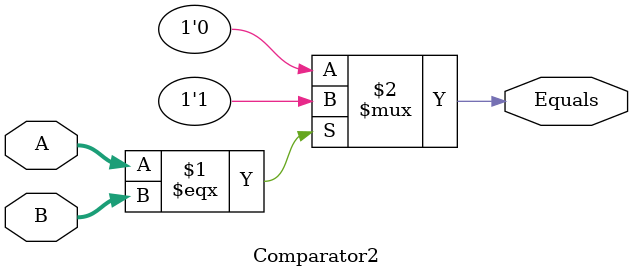
<source format=v>


module Comparator2(
   input[1:0] A, B,
   output Equals
);

assign Equals = (A === B) ? 1'b1 : 1'b0;


endmodule



    
</source>
